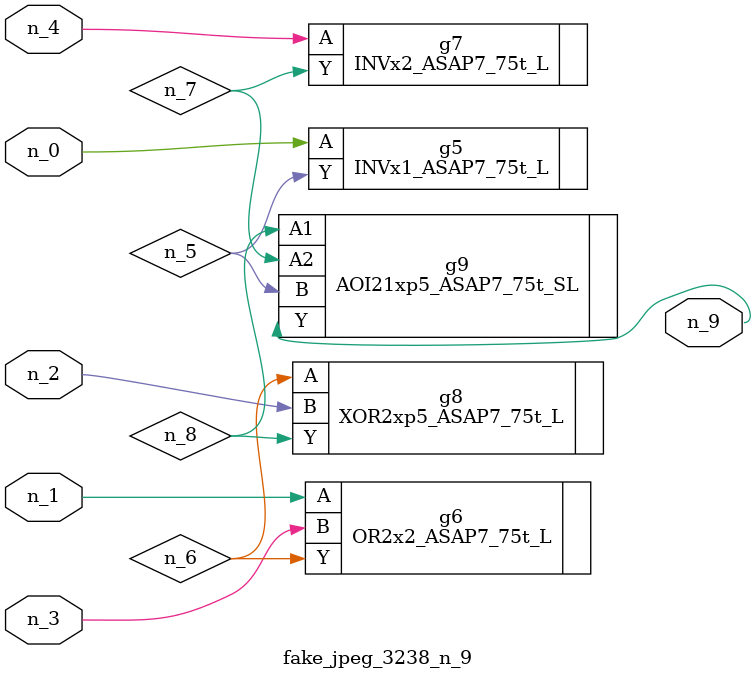
<source format=v>
module fake_jpeg_3238_n_9 (n_3, n_2, n_1, n_0, n_4, n_9);

input n_3;
input n_2;
input n_1;
input n_0;
input n_4;

output n_9;

wire n_8;
wire n_6;
wire n_5;
wire n_7;

INVx1_ASAP7_75t_L g5 ( 
.A(n_0),
.Y(n_5)
);

OR2x2_ASAP7_75t_L g6 ( 
.A(n_1),
.B(n_3),
.Y(n_6)
);

INVx2_ASAP7_75t_L g7 ( 
.A(n_4),
.Y(n_7)
);

XOR2xp5_ASAP7_75t_L g8 ( 
.A(n_6),
.B(n_2),
.Y(n_8)
);

AOI21xp5_ASAP7_75t_SL g9 ( 
.A1(n_8),
.A2(n_7),
.B(n_5),
.Y(n_9)
);


endmodule
</source>
